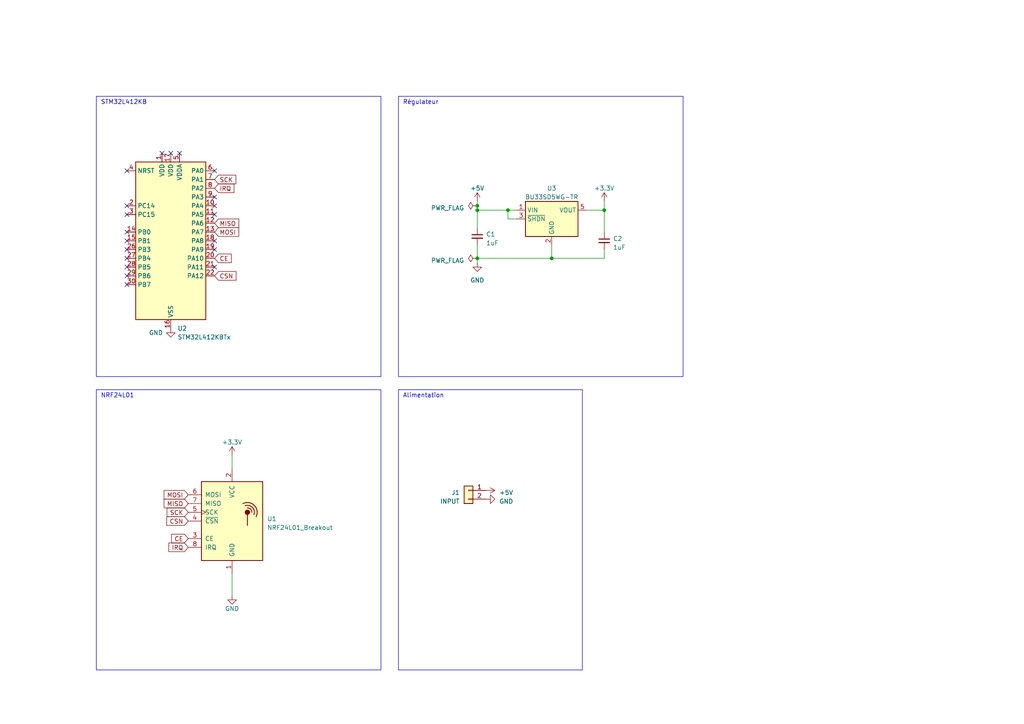
<source format=kicad_sch>
(kicad_sch (version 20230121) (generator eeschema)

  (uuid 81418324-f076-434d-a9ea-80e424dc9493)

  (paper "A4")

  (title_block
    (title "PCB_STM32")
    (date "2023-04-17")
    (rev "Version 1")
    (company "ENSEA")
  )

  (lib_symbols
    (symbol "Connector_Generic:Conn_01x02" (pin_names (offset 1.016) hide) (in_bom yes) (on_board yes)
      (property "Reference" "J" (at 0 2.54 0)
        (effects (font (size 1.27 1.27)))
      )
      (property "Value" "Conn_01x02" (at 0 -5.08 0)
        (effects (font (size 1.27 1.27)))
      )
      (property "Footprint" "" (at 0 0 0)
        (effects (font (size 1.27 1.27)) hide)
      )
      (property "Datasheet" "~" (at 0 0 0)
        (effects (font (size 1.27 1.27)) hide)
      )
      (property "ki_keywords" "connector" (at 0 0 0)
        (effects (font (size 1.27 1.27)) hide)
      )
      (property "ki_description" "Generic connector, single row, 01x02, script generated (kicad-library-utils/schlib/autogen/connector/)" (at 0 0 0)
        (effects (font (size 1.27 1.27)) hide)
      )
      (property "ki_fp_filters" "Connector*:*_1x??_*" (at 0 0 0)
        (effects (font (size 1.27 1.27)) hide)
      )
      (symbol "Conn_01x02_1_1"
        (rectangle (start -1.27 -2.413) (end 0 -2.667)
          (stroke (width 0.1524) (type default))
          (fill (type none))
        )
        (rectangle (start -1.27 0.127) (end 0 -0.127)
          (stroke (width 0.1524) (type default))
          (fill (type none))
        )
        (rectangle (start -1.27 1.27) (end 1.27 -3.81)
          (stroke (width 0.254) (type default))
          (fill (type background))
        )
        (pin passive line (at -5.08 0 0) (length 3.81)
          (name "Pin_1" (effects (font (size 1.27 1.27))))
          (number "1" (effects (font (size 1.27 1.27))))
        )
        (pin passive line (at -5.08 -2.54 0) (length 3.81)
          (name "Pin_2" (effects (font (size 1.27 1.27))))
          (number "2" (effects (font (size 1.27 1.27))))
        )
      )
    )
    (symbol "Device:C_Small" (pin_numbers hide) (pin_names (offset 0.254) hide) (in_bom yes) (on_board yes)
      (property "Reference" "C" (at 0.254 1.778 0)
        (effects (font (size 1.27 1.27)) (justify left))
      )
      (property "Value" "C_Small" (at 0.254 -2.032 0)
        (effects (font (size 1.27 1.27)) (justify left))
      )
      (property "Footprint" "" (at 0 0 0)
        (effects (font (size 1.27 1.27)) hide)
      )
      (property "Datasheet" "~" (at 0 0 0)
        (effects (font (size 1.27 1.27)) hide)
      )
      (property "ki_keywords" "capacitor cap" (at 0 0 0)
        (effects (font (size 1.27 1.27)) hide)
      )
      (property "ki_description" "Unpolarized capacitor, small symbol" (at 0 0 0)
        (effects (font (size 1.27 1.27)) hide)
      )
      (property "ki_fp_filters" "C_*" (at 0 0 0)
        (effects (font (size 1.27 1.27)) hide)
      )
      (symbol "C_Small_0_1"
        (polyline
          (pts
            (xy -1.524 -0.508)
            (xy 1.524 -0.508)
          )
          (stroke (width 0.3302) (type default))
          (fill (type none))
        )
        (polyline
          (pts
            (xy -1.524 0.508)
            (xy 1.524 0.508)
          )
          (stroke (width 0.3048) (type default))
          (fill (type none))
        )
      )
      (symbol "C_Small_1_1"
        (pin passive line (at 0 2.54 270) (length 2.032)
          (name "~" (effects (font (size 1.27 1.27))))
          (number "1" (effects (font (size 1.27 1.27))))
        )
        (pin passive line (at 0 -2.54 90) (length 2.032)
          (name "~" (effects (font (size 1.27 1.27))))
          (number "2" (effects (font (size 1.27 1.27))))
        )
      )
    )
    (symbol "MCU_ST_STM32L4:STM32L412KBTx" (in_bom yes) (on_board yes)
      (property "Reference" "U2" (at 1.9559 -25.4 0)
        (effects (font (size 1.27 1.27)) (justify left))
      )
      (property "Value" "STM32L412KBTx" (at 1.9559 -27.94 0)
        (effects (font (size 1.27 1.27)) (justify left))
      )
      (property "Footprint" "Library_2x15_1524:MODULE_NUCLEO-L412KB" (at -10.16 -22.86 0)
        (effects (font (size 1.27 1.27)) (justify right) hide)
      )
      (property "Datasheet" "https://www.st.com/resource/en/datasheet/stm32l412kb.pdf" (at -33.02 -25.4 0)
        (effects (font (size 1.27 1.27)) hide)
      )
      (property "ki_locked" "" (at 0 0 0)
        (effects (font (size 1.27 1.27)))
      )
      (property "ki_keywords" "Arm Cortex-M4 STM32L4 STM32L4x2" (at 0 0 0)
        (effects (font (size 1.27 1.27)) hide)
      )
      (property "ki_description" "STMicroelectronics Arm Cortex-M4 MCU, 128KB flash, 40KB RAM, 80 MHz, 1.71-3.6V, 26 GPIO, LQFP32" (at 0 0 0)
        (effects (font (size 1.27 1.27)) hide)
      )
      (property "ki_fp_filters" "LQFP*7x7mm*P0.8mm*" (at 0 0 0)
        (effects (font (size 1.27 1.27)) hide)
      )
      (symbol "STM32L412KBTx_0_1"
        (rectangle (start -10.16 22.86) (end 10.16 -22.86)
          (stroke (width 0.254) (type default))
          (fill (type background))
        )
      )
      (symbol "STM32L412KBTx_1_1"
        (pin power_in line (at -2.54 25.4 270) (length 2.54)
          (name "VDD" (effects (font (size 1.27 1.27))))
          (number "1" (effects (font (size 1.27 1.27))))
        )
        (pin bidirectional line (at 12.7 10.16 180) (length 2.54)
          (name "PA4" (effects (font (size 1.27 1.27))))
          (number "10" (effects (font (size 1.27 1.27))))
          (alternate "ADC1_IN9" bidirectional line)
          (alternate "ADC2_IN9" bidirectional line)
          (alternate "COMP1_INM" bidirectional line)
          (alternate "LPTIM2_OUT" bidirectional line)
          (alternate "SPI1_NSS" bidirectional line)
          (alternate "USART2_CK" bidirectional line)
        )
        (pin bidirectional line (at 12.7 7.62 180) (length 2.54)
          (name "PA5" (effects (font (size 1.27 1.27))))
          (number "11" (effects (font (size 1.27 1.27))))
          (alternate "ADC1_IN10" bidirectional line)
          (alternate "ADC2_IN10" bidirectional line)
          (alternate "COMP1_INM" bidirectional line)
          (alternate "LPTIM2_ETR" bidirectional line)
          (alternate "SPI1_SCK" bidirectional line)
          (alternate "TIM2_CH1" bidirectional line)
          (alternate "TIM2_ETR" bidirectional line)
        )
        (pin bidirectional line (at 12.7 5.08 180) (length 2.54)
          (name "PA6" (effects (font (size 1.27 1.27))))
          (number "12" (effects (font (size 1.27 1.27))))
          (alternate "ADC1_IN11" bidirectional line)
          (alternate "ADC2_IN11" bidirectional line)
          (alternate "COMP1_OUT" bidirectional line)
          (alternate "LPUART1_CTS" bidirectional line)
          (alternate "QUADSPI_BK1_IO3" bidirectional line)
          (alternate "SPI1_MISO" bidirectional line)
          (alternate "TIM16_CH1" bidirectional line)
          (alternate "TIM1_BKIN" bidirectional line)
        )
        (pin bidirectional line (at 12.7 2.54 180) (length 2.54)
          (name "PA7" (effects (font (size 1.27 1.27))))
          (number "13" (effects (font (size 1.27 1.27))))
          (alternate "ADC1_IN12" bidirectional line)
          (alternate "ADC2_IN12" bidirectional line)
          (alternate "I2C3_SCL" bidirectional line)
          (alternate "QUADSPI_BK1_IO2" bidirectional line)
          (alternate "SPI1_MOSI" bidirectional line)
          (alternate "TIM1_CH1N" bidirectional line)
        )
        (pin bidirectional line (at -12.7 2.54 0) (length 2.54)
          (name "PB0" (effects (font (size 1.27 1.27))))
          (number "14" (effects (font (size 1.27 1.27))))
          (alternate "ADC1_IN15" bidirectional line)
          (alternate "ADC2_IN15" bidirectional line)
          (alternate "COMP1_OUT" bidirectional line)
          (alternate "QUADSPI_BK1_IO1" bidirectional line)
          (alternate "SPI1_NSS" bidirectional line)
          (alternate "SYS_TRACED0" bidirectional line)
          (alternate "TIM1_CH2N" bidirectional line)
        )
        (pin bidirectional line (at -12.7 0 0) (length 2.54)
          (name "PB1" (effects (font (size 1.27 1.27))))
          (number "15" (effects (font (size 1.27 1.27))))
          (alternate "ADC1_IN16" bidirectional line)
          (alternate "ADC2_IN16" bidirectional line)
          (alternate "COMP1_INM" bidirectional line)
          (alternate "LPTIM2_IN1" bidirectional line)
          (alternate "LPUART1_DE" bidirectional line)
          (alternate "LPUART1_RTS" bidirectional line)
          (alternate "QUADSPI_BK1_IO0" bidirectional line)
          (alternate "SYS_TRACED1" bidirectional line)
          (alternate "TIM1_CH3N" bidirectional line)
        )
        (pin power_in line (at 0 -25.4 90) (length 2.54)
          (name "VSS" (effects (font (size 1.27 1.27))))
          (number "16" (effects (font (size 1.27 1.27))))
        )
        (pin power_in line (at 0 25.4 270) (length 2.54)
          (name "VDD" (effects (font (size 1.27 1.27))))
          (number "17" (effects (font (size 1.27 1.27))))
        )
        (pin bidirectional line (at 12.7 0 180) (length 2.54)
          (name "PA8" (effects (font (size 1.27 1.27))))
          (number "18" (effects (font (size 1.27 1.27))))
          (alternate "LPTIM2_OUT" bidirectional line)
          (alternate "RCC_MCO" bidirectional line)
          (alternate "TIM1_CH1" bidirectional line)
          (alternate "USART1_CK" bidirectional line)
        )
        (pin bidirectional line (at 12.7 -2.54 180) (length 2.54)
          (name "PA9" (effects (font (size 1.27 1.27))))
          (number "19" (effects (font (size 1.27 1.27))))
          (alternate "I2C1_SCL" bidirectional line)
          (alternate "TIM15_BKIN" bidirectional line)
          (alternate "TIM1_CH2" bidirectional line)
          (alternate "USART1_TX" bidirectional line)
        )
        (pin bidirectional line (at -12.7 10.16 0) (length 2.54)
          (name "PC14" (effects (font (size 1.27 1.27))))
          (number "2" (effects (font (size 1.27 1.27))))
          (alternate "RCC_OSC32_IN" bidirectional line)
        )
        (pin bidirectional line (at 12.7 -5.08 180) (length 2.54)
          (name "PA10" (effects (font (size 1.27 1.27))))
          (number "20" (effects (font (size 1.27 1.27))))
          (alternate "CRS_SYNC" bidirectional line)
          (alternate "I2C1_SDA" bidirectional line)
          (alternate "TIM1_CH3" bidirectional line)
          (alternate "USART1_RX" bidirectional line)
        )
        (pin bidirectional line (at 12.7 -7.62 180) (length 2.54)
          (name "PA11" (effects (font (size 1.27 1.27))))
          (number "21" (effects (font (size 1.27 1.27))))
          (alternate "ADC1_EXTI11" bidirectional line)
          (alternate "ADC2_EXTI11" bidirectional line)
          (alternate "COMP1_OUT" bidirectional line)
          (alternate "SPI1_MISO" bidirectional line)
          (alternate "TIM1_BKIN2" bidirectional line)
          (alternate "TIM1_BKIN2_COMP1" bidirectional line)
          (alternate "TIM1_CH4" bidirectional line)
          (alternate "USART1_CTS" bidirectional line)
          (alternate "USB_DM" bidirectional line)
        )
        (pin bidirectional line (at 12.7 -10.16 180) (length 2.54)
          (name "PA12" (effects (font (size 1.27 1.27))))
          (number "22" (effects (font (size 1.27 1.27))))
          (alternate "SPI1_MOSI" bidirectional line)
          (alternate "TIM1_ETR" bidirectional line)
          (alternate "USART1_DE" bidirectional line)
          (alternate "USART1_RTS" bidirectional line)
          (alternate "USB_DP" bidirectional line)
        )
        (pin bidirectional line (at -12.7 -2.54 0) (length 2.54)
          (name "PB3" (effects (font (size 1.27 1.27))))
          (number "26" (effects (font (size 1.27 1.27))))
          (alternate "SPI1_SCK" bidirectional line)
          (alternate "SYS_JTDO-SWO" bidirectional line)
          (alternate "TIM2_CH2" bidirectional line)
          (alternate "USART1_DE" bidirectional line)
          (alternate "USART1_RTS" bidirectional line)
        )
        (pin bidirectional line (at -12.7 -5.08 0) (length 2.54)
          (name "PB4" (effects (font (size 1.27 1.27))))
          (number "27" (effects (font (size 1.27 1.27))))
          (alternate "I2C3_SDA" bidirectional line)
          (alternate "SPI1_MISO" bidirectional line)
          (alternate "SYS_JTRST" bidirectional line)
          (alternate "TSC_G2_IO1" bidirectional line)
          (alternate "USART1_CTS" bidirectional line)
        )
        (pin bidirectional line (at -12.7 -7.62 0) (length 2.54)
          (name "PB5" (effects (font (size 1.27 1.27))))
          (number "28" (effects (font (size 1.27 1.27))))
          (alternate "I2C1_SMBA" bidirectional line)
          (alternate "LPTIM1_IN1" bidirectional line)
          (alternate "SPI1_MOSI" bidirectional line)
          (alternate "SYS_TRACED2" bidirectional line)
          (alternate "TIM16_BKIN" bidirectional line)
          (alternate "TSC_G2_IO2" bidirectional line)
          (alternate "USART1_CK" bidirectional line)
        )
        (pin bidirectional line (at -12.7 -10.16 0) (length 2.54)
          (name "PB6" (effects (font (size 1.27 1.27))))
          (number "29" (effects (font (size 1.27 1.27))))
          (alternate "I2C1_SCL" bidirectional line)
          (alternate "LPTIM1_ETR" bidirectional line)
          (alternate "SYS_TRACED3" bidirectional line)
          (alternate "TIM16_CH1N" bidirectional line)
          (alternate "TSC_G2_IO3" bidirectional line)
          (alternate "USART1_TX" bidirectional line)
        )
        (pin bidirectional line (at -12.7 7.62 0) (length 2.54)
          (name "PC15" (effects (font (size 1.27 1.27))))
          (number "3" (effects (font (size 1.27 1.27))))
          (alternate "ADC1_EXTI15" bidirectional line)
          (alternate "ADC2_EXTI15" bidirectional line)
          (alternate "RCC_OSC32_OUT" bidirectional line)
        )
        (pin bidirectional line (at -12.7 -12.7 0) (length 2.54)
          (name "PB7" (effects (font (size 1.27 1.27))))
          (number "30" (effects (font (size 1.27 1.27))))
          (alternate "I2C1_SDA" bidirectional line)
          (alternate "LPTIM1_IN2" bidirectional line)
          (alternate "SYS_PVD_IN" bidirectional line)
          (alternate "SYS_TRACECLK" bidirectional line)
          (alternate "TSC_G2_IO4" bidirectional line)
          (alternate "USART1_RX" bidirectional line)
        )
        (pin input line (at -12.7 20.32 0) (length 2.54)
          (name "NRST" (effects (font (size 1.27 1.27))))
          (number "4" (effects (font (size 1.27 1.27))))
        )
        (pin power_in line (at 2.54 25.4 270) (length 2.54)
          (name "VDDA" (effects (font (size 1.27 1.27))))
          (number "5" (effects (font (size 1.27 1.27))))
        )
        (pin bidirectional line (at 12.7 20.32 180) (length 2.54)
          (name "PA0" (effects (font (size 1.27 1.27))))
          (number "6" (effects (font (size 1.27 1.27))))
          (alternate "ADC1_IN5" bidirectional line)
          (alternate "COMP1_INM" bidirectional line)
          (alternate "COMP1_OUT" bidirectional line)
          (alternate "OPAMP1_VINP" bidirectional line)
          (alternate "RCC_CK_IN" bidirectional line)
          (alternate "RTC_TAMP2" bidirectional line)
          (alternate "SYS_WKUP1" bidirectional line)
          (alternate "TIM2_CH1" bidirectional line)
          (alternate "TIM2_ETR" bidirectional line)
          (alternate "USART2_CTS" bidirectional line)
        )
        (pin bidirectional line (at 12.7 17.78 180) (length 2.54)
          (name "PA1" (effects (font (size 1.27 1.27))))
          (number "7" (effects (font (size 1.27 1.27))))
          (alternate "ADC1_IN6" bidirectional line)
          (alternate "COMP1_INP" bidirectional line)
          (alternate "I2C1_SMBA" bidirectional line)
          (alternate "OPAMP1_VINM" bidirectional line)
          (alternate "SPI1_SCK" bidirectional line)
          (alternate "TIM15_CH1N" bidirectional line)
          (alternate "TIM2_CH2" bidirectional line)
          (alternate "USART2_DE" bidirectional line)
          (alternate "USART2_RTS" bidirectional line)
        )
        (pin bidirectional line (at 12.7 15.24 180) (length 2.54)
          (name "PA2" (effects (font (size 1.27 1.27))))
          (number "8" (effects (font (size 1.27 1.27))))
          (alternate "ADC1_IN7" bidirectional line)
          (alternate "ADC2_IN7" bidirectional line)
          (alternate "LPUART1_TX" bidirectional line)
          (alternate "QUADSPI_BK1_NCS" bidirectional line)
          (alternate "RCC_LSCO" bidirectional line)
          (alternate "SYS_WKUP4" bidirectional line)
          (alternate "TIM15_CH1" bidirectional line)
          (alternate "TIM2_CH3" bidirectional line)
          (alternate "USART2_TX" bidirectional line)
        )
        (pin bidirectional line (at 12.7 12.7 180) (length 2.54)
          (name "PA3" (effects (font (size 1.27 1.27))))
          (number "9" (effects (font (size 1.27 1.27))))
          (alternate "ADC1_IN8" bidirectional line)
          (alternate "ADC2_IN8" bidirectional line)
          (alternate "LPUART1_RX" bidirectional line)
          (alternate "OPAMP1_VOUT" bidirectional line)
          (alternate "QUADSPI_CLK" bidirectional line)
          (alternate "TIM15_CH2" bidirectional line)
          (alternate "TIM2_CH4" bidirectional line)
          (alternate "USART2_RX" bidirectional line)
        )
      )
    )
    (symbol "RF:NRF24L01_Breakout" (pin_names (offset 1.016)) (in_bom yes) (on_board yes)
      (property "Reference" "U" (at -8.89 12.7 0)
        (effects (font (size 1.27 1.27)) (justify left))
      )
      (property "Value" "NRF24L01_Breakout" (at 3.81 12.7 0)
        (effects (font (size 1.27 1.27)) (justify left))
      )
      (property "Footprint" "RF_Module:nRF24L01_Breakout" (at 3.81 15.24 0)
        (effects (font (size 1.27 1.27) italic) (justify left) hide)
      )
      (property "Datasheet" "http://www.nordicsemi.com/eng/content/download/2730/34105/file/nRF24L01_Product_Specification_v2_0.pdf" (at 0 -2.54 0)
        (effects (font (size 1.27 1.27)) hide)
      )
      (property "ki_keywords" "Low Power RF Transceiver breakout carrier" (at 0 0 0)
        (effects (font (size 1.27 1.27)) hide)
      )
      (property "ki_description" "Ultra low power 2.4GHz RF Transceiver, Carrier PCB" (at 0 0 0)
        (effects (font (size 1.27 1.27)) hide)
      )
      (property "ki_fp_filters" "nRF24L01*Breakout*" (at 0 0 0)
        (effects (font (size 1.27 1.27)) hide)
      )
      (symbol "NRF24L01_Breakout_0_1"
        (rectangle (start -8.89 11.43) (end 8.89 -11.43)
          (stroke (width 0.254) (type default))
          (fill (type background))
        )
        (polyline
          (pts
            (xy 4.445 1.905)
            (xy 4.445 -1.27)
          )
          (stroke (width 0.254) (type default))
          (fill (type none))
        )
        (circle (center 4.445 2.54) (radius 0.635)
          (stroke (width 0.254) (type default))
          (fill (type outline))
        )
        (arc (start 5.715 2.54) (mid 5.3521 3.4546) (end 4.445 3.81)
          (stroke (width 0.254) (type default))
          (fill (type none))
        )
        (arc (start 6.35 1.905) (mid 5.8763 3.9854) (end 3.81 4.445)
          (stroke (width 0.254) (type default))
          (fill (type none))
        )
        (arc (start 6.985 1.27) (mid 6.453 4.548) (end 3.175 5.08)
          (stroke (width 0.254) (type default))
          (fill (type none))
        )
      )
      (symbol "NRF24L01_Breakout_1_1"
        (pin power_in line (at 0 -15.24 90) (length 3.81)
          (name "GND" (effects (font (size 1.27 1.27))))
          (number "1" (effects (font (size 1.27 1.27))))
        )
        (pin power_in line (at 0 15.24 270) (length 3.81)
          (name "VCC" (effects (font (size 1.27 1.27))))
          (number "2" (effects (font (size 1.27 1.27))))
        )
        (pin input line (at -12.7 -5.08 0) (length 3.81)
          (name "CE" (effects (font (size 1.27 1.27))))
          (number "3" (effects (font (size 1.27 1.27))))
        )
        (pin input line (at -12.7 0 0) (length 3.81)
          (name "~{CSN}" (effects (font (size 1.27 1.27))))
          (number "4" (effects (font (size 1.27 1.27))))
        )
        (pin input clock (at -12.7 2.54 0) (length 3.81)
          (name "SCK" (effects (font (size 1.27 1.27))))
          (number "5" (effects (font (size 1.27 1.27))))
        )
        (pin input line (at -12.7 7.62 0) (length 3.81)
          (name "MOSI" (effects (font (size 1.27 1.27))))
          (number "6" (effects (font (size 1.27 1.27))))
        )
        (pin output line (at -12.7 5.08 0) (length 3.81)
          (name "MISO" (effects (font (size 1.27 1.27))))
          (number "7" (effects (font (size 1.27 1.27))))
        )
        (pin output line (at -12.7 -7.62 0) (length 3.81)
          (name "IRQ" (effects (font (size 1.27 1.27))))
          (number "8" (effects (font (size 1.27 1.27))))
        )
      )
    )
    (symbol "Regulator_Linear:MCP1802x-xx02xOT" (in_bom yes) (on_board yes)
      (property "Reference" "U" (at -6.35 6.35 0)
        (effects (font (size 1.27 1.27)) (justify left))
      )
      (property "Value" "MCP1802x-xx02xOT" (at 0 6.35 0)
        (effects (font (size 1.27 1.27)) (justify left))
      )
      (property "Footprint" "Package_TO_SOT_SMD:SOT-23-5" (at -6.35 8.89 0)
        (effects (font (size 1.27 1.27) italic) (justify left) hide)
      )
      (property "Datasheet" "http://ww1.microchip.com/downloads/en/DeviceDoc/22053C.pdf" (at 0 -2.54 0)
        (effects (font (size 1.27 1.27)) hide)
      )
      (property "ki_keywords" "LDO Linear Voltage Regulator" (at 0 0 0)
        (effects (font (size 1.27 1.27)) hide)
      )
      (property "ki_description" "150mA, Tiny CMOS LDO With Shutdown, Fixed Voltage, SOT-23-5" (at 0 0 0)
        (effects (font (size 1.27 1.27)) hide)
      )
      (property "ki_fp_filters" "SOT?23*" (at 0 0 0)
        (effects (font (size 1.27 1.27)) hide)
      )
      (symbol "MCP1802x-xx02xOT_0_1"
        (rectangle (start -7.62 5.08) (end 7.62 -5.08)
          (stroke (width 0.254) (type default))
          (fill (type background))
        )
      )
      (symbol "MCP1802x-xx02xOT_1_1"
        (pin power_in line (at -10.16 2.54 0) (length 2.54)
          (name "VIN" (effects (font (size 1.27 1.27))))
          (number "1" (effects (font (size 1.27 1.27))))
        )
        (pin power_in line (at 0 -7.62 90) (length 2.54)
          (name "GND" (effects (font (size 1.27 1.27))))
          (number "2" (effects (font (size 1.27 1.27))))
        )
        (pin input line (at -10.16 0 0) (length 2.54)
          (name "~{SHDN}" (effects (font (size 1.27 1.27))))
          (number "3" (effects (font (size 1.27 1.27))))
        )
        (pin no_connect line (at 7.62 0 180) (length 2.54) hide
          (name "NC" (effects (font (size 1.27 1.27))))
          (number "4" (effects (font (size 1.27 1.27))))
        )
        (pin power_out line (at 10.16 2.54 180) (length 2.54)
          (name "VOUT" (effects (font (size 1.27 1.27))))
          (number "5" (effects (font (size 1.27 1.27))))
        )
      )
    )
    (symbol "power:+3.3V" (power) (pin_names (offset 0)) (in_bom yes) (on_board yes)
      (property "Reference" "#PWR" (at 0 -3.81 0)
        (effects (font (size 1.27 1.27)) hide)
      )
      (property "Value" "+3.3V" (at 0 3.556 0)
        (effects (font (size 1.27 1.27)))
      )
      (property "Footprint" "" (at 0 0 0)
        (effects (font (size 1.27 1.27)) hide)
      )
      (property "Datasheet" "" (at 0 0 0)
        (effects (font (size 1.27 1.27)) hide)
      )
      (property "ki_keywords" "global power" (at 0 0 0)
        (effects (font (size 1.27 1.27)) hide)
      )
      (property "ki_description" "Power symbol creates a global label with name \"+3.3V\"" (at 0 0 0)
        (effects (font (size 1.27 1.27)) hide)
      )
      (symbol "+3.3V_0_1"
        (polyline
          (pts
            (xy -0.762 1.27)
            (xy 0 2.54)
          )
          (stroke (width 0) (type default))
          (fill (type none))
        )
        (polyline
          (pts
            (xy 0 0)
            (xy 0 2.54)
          )
          (stroke (width 0) (type default))
          (fill (type none))
        )
        (polyline
          (pts
            (xy 0 2.54)
            (xy 0.762 1.27)
          )
          (stroke (width 0) (type default))
          (fill (type none))
        )
      )
      (symbol "+3.3V_1_1"
        (pin power_in line (at 0 0 90) (length 0) hide
          (name "+3.3V" (effects (font (size 1.27 1.27))))
          (number "1" (effects (font (size 1.27 1.27))))
        )
      )
    )
    (symbol "power:+5V" (power) (pin_names (offset 0)) (in_bom yes) (on_board yes)
      (property "Reference" "#PWR" (at 0 -3.81 0)
        (effects (font (size 1.27 1.27)) hide)
      )
      (property "Value" "+5V" (at 0 3.556 0)
        (effects (font (size 1.27 1.27)))
      )
      (property "Footprint" "" (at 0 0 0)
        (effects (font (size 1.27 1.27)) hide)
      )
      (property "Datasheet" "" (at 0 0 0)
        (effects (font (size 1.27 1.27)) hide)
      )
      (property "ki_keywords" "global power" (at 0 0 0)
        (effects (font (size 1.27 1.27)) hide)
      )
      (property "ki_description" "Power symbol creates a global label with name \"+5V\"" (at 0 0 0)
        (effects (font (size 1.27 1.27)) hide)
      )
      (symbol "+5V_0_1"
        (polyline
          (pts
            (xy -0.762 1.27)
            (xy 0 2.54)
          )
          (stroke (width 0) (type default))
          (fill (type none))
        )
        (polyline
          (pts
            (xy 0 0)
            (xy 0 2.54)
          )
          (stroke (width 0) (type default))
          (fill (type none))
        )
        (polyline
          (pts
            (xy 0 2.54)
            (xy 0.762 1.27)
          )
          (stroke (width 0) (type default))
          (fill (type none))
        )
      )
      (symbol "+5V_1_1"
        (pin power_in line (at 0 0 90) (length 0) hide
          (name "+5V" (effects (font (size 1.27 1.27))))
          (number "1" (effects (font (size 1.27 1.27))))
        )
      )
    )
    (symbol "power:GND" (power) (pin_names (offset 0)) (in_bom yes) (on_board yes)
      (property "Reference" "#PWR" (at 0 -6.35 0)
        (effects (font (size 1.27 1.27)) hide)
      )
      (property "Value" "GND" (at 0 -3.81 0)
        (effects (font (size 1.27 1.27)))
      )
      (property "Footprint" "" (at 0 0 0)
        (effects (font (size 1.27 1.27)) hide)
      )
      (property "Datasheet" "" (at 0 0 0)
        (effects (font (size 1.27 1.27)) hide)
      )
      (property "ki_keywords" "global power" (at 0 0 0)
        (effects (font (size 1.27 1.27)) hide)
      )
      (property "ki_description" "Power symbol creates a global label with name \"GND\" , ground" (at 0 0 0)
        (effects (font (size 1.27 1.27)) hide)
      )
      (symbol "GND_0_1"
        (polyline
          (pts
            (xy 0 0)
            (xy 0 -1.27)
            (xy 1.27 -1.27)
            (xy 0 -2.54)
            (xy -1.27 -1.27)
            (xy 0 -1.27)
          )
          (stroke (width 0) (type default))
          (fill (type none))
        )
      )
      (symbol "GND_1_1"
        (pin power_in line (at 0 0 270) (length 0) hide
          (name "GND" (effects (font (size 1.27 1.27))))
          (number "1" (effects (font (size 1.27 1.27))))
        )
      )
    )
    (symbol "power:PWR_FLAG" (power) (pin_numbers hide) (pin_names (offset 0) hide) (in_bom yes) (on_board yes)
      (property "Reference" "#FLG" (at 0 1.905 0)
        (effects (font (size 1.27 1.27)) hide)
      )
      (property "Value" "PWR_FLAG" (at 0 3.81 0)
        (effects (font (size 1.27 1.27)))
      )
      (property "Footprint" "" (at 0 0 0)
        (effects (font (size 1.27 1.27)) hide)
      )
      (property "Datasheet" "~" (at 0 0 0)
        (effects (font (size 1.27 1.27)) hide)
      )
      (property "ki_keywords" "flag power" (at 0 0 0)
        (effects (font (size 1.27 1.27)) hide)
      )
      (property "ki_description" "Special symbol for telling ERC where power comes from" (at 0 0 0)
        (effects (font (size 1.27 1.27)) hide)
      )
      (symbol "PWR_FLAG_0_0"
        (pin power_out line (at 0 0 90) (length 0)
          (name "pwr" (effects (font (size 1.27 1.27))))
          (number "1" (effects (font (size 1.27 1.27))))
        )
      )
      (symbol "PWR_FLAG_0_1"
        (polyline
          (pts
            (xy 0 0)
            (xy 0 1.27)
            (xy -1.016 1.905)
            (xy 0 2.54)
            (xy 1.016 1.905)
            (xy 0 1.27)
          )
          (stroke (width 0) (type default))
          (fill (type none))
        )
      )
    )
  )


  (junction (at 160.02 74.93) (diameter 0) (color 0 0 0 0)
    (uuid 0cbc37e2-708a-41d0-bc75-1ab6005651ec)
  )
  (junction (at 138.43 59.69) (diameter 0) (color 0 0 0 0)
    (uuid 1cf697ce-ebea-4008-87eb-c6915a0e816c)
  )
  (junction (at 138.43 60.96) (diameter 0) (color 0 0 0 0)
    (uuid 48479da1-fe7e-43bc-bfc9-3873d09b6e7d)
  )
  (junction (at 147.32 60.96) (diameter 0) (color 0 0 0 0)
    (uuid 49f07274-1731-44b4-98a7-61af7cf41cde)
  )
  (junction (at 175.26 60.96) (diameter 0) (color 0 0 0 0)
    (uuid 98dccb36-7b74-44c7-863f-eec7cb3dae49)
  )
  (junction (at 138.43 74.93) (diameter 0) (color 0 0 0 0)
    (uuid efc69f2d-41d8-4c0b-901f-f7f0b95d32d5)
  )

  (no_connect (at 46.99 44.45) (uuid 161cc5d6-f2dd-4bac-8a7b-aefae04ec05b))
  (no_connect (at 36.83 62.23) (uuid 3015c044-5fb1-479a-8ae5-04de88635092))
  (no_connect (at 36.83 69.85) (uuid 3c438ec5-c7c8-40bd-9051-e208fa4fe695))
  (no_connect (at 62.23 77.47) (uuid 5417c431-a759-4401-9d0f-a31fa6950af9))
  (no_connect (at 36.83 49.53) (uuid 54a532e1-cbc6-4486-8547-e805cb8142d8))
  (no_connect (at 36.83 59.69) (uuid 58afe546-7c43-4c70-bd39-326bb0edb1dc))
  (no_connect (at 62.23 62.23) (uuid 60541f08-2ae5-4e2b-aac9-772df5a80bc0))
  (no_connect (at 36.83 80.01) (uuid 69b675b5-7c5b-40da-b089-b7eedc5236be))
  (no_connect (at 36.83 82.55) (uuid 77a7d1a5-bc0d-4cdf-81d8-5001dfcc2920))
  (no_connect (at 36.83 67.31) (uuid 7af7caa1-e805-4d0c-9191-efdecaf71181))
  (no_connect (at 49.53 44.45) (uuid 7bb1cdc1-c2a0-49b1-9c3f-6aed536c39f3))
  (no_connect (at 36.83 72.39) (uuid 984a7e1d-4ae5-4851-b422-a4e9c6431563))
  (no_connect (at 36.83 74.93) (uuid a9223b23-5469-453e-9a7a-cbe3a1254c3a))
  (no_connect (at 52.07 44.45) (uuid b6c9b7fc-88d9-4372-a5ea-701f229ea4df))
  (no_connect (at 62.23 59.69) (uuid bbc32440-b9c7-420d-8c3e-921e34bdf54e))
  (no_connect (at 62.23 57.15) (uuid c275b316-a8df-4670-b93e-ea20736286e1))
  (no_connect (at 36.83 77.47) (uuid c6573d1b-4dc8-4c26-ae24-edcf1852b9f7))
  (no_connect (at 62.23 72.39) (uuid d028be60-73f1-4bc4-95da-4222789e6b5e))
  (no_connect (at 62.23 69.85) (uuid e10a41fe-1bbe-4651-8683-db7e909eced5))
  (no_connect (at 62.23 49.53) (uuid ed085090-2e59-4dc9-8f1b-3f7d4792e551))

  (polyline (pts (xy 115.57 113.03) (xy 115.57 194.31))
    (stroke (width 0) (type default))
    (uuid 01ab99c0-f5be-44e2-860a-641f860cec26)
  )

  (wire (pts (xy 170.18 60.96) (xy 175.26 60.96))
    (stroke (width 0) (type default))
    (uuid 035184d7-9301-483a-b473-80968ab4a4f6)
  )
  (wire (pts (xy 149.86 60.96) (xy 147.32 60.96))
    (stroke (width 0) (type default))
    (uuid 13504d2a-4967-4ffd-8db2-ed55f3285cf0)
  )
  (wire (pts (xy 149.86 63.5) (xy 147.32 63.5))
    (stroke (width 0) (type default))
    (uuid 1d2c064e-b225-429d-a162-8e02b35681bb)
  )
  (wire (pts (xy 138.43 71.12) (xy 138.43 74.93))
    (stroke (width 0) (type default))
    (uuid 2aa75975-ab52-4d11-a534-83123a240c99)
  )
  (polyline (pts (xy 115.57 113.03) (xy 168.91 113.03))
    (stroke (width 0) (type default))
    (uuid 349dddfa-050d-4896-9ad4-babf808aa8c2)
  )

  (wire (pts (xy 160.02 71.12) (xy 160.02 74.93))
    (stroke (width 0) (type default))
    (uuid 3718ede9-2fed-49bc-95f7-6efd63ec90fa)
  )
  (wire (pts (xy 138.43 59.69) (xy 138.43 58.42))
    (stroke (width 0) (type default))
    (uuid 43d71bc5-22b7-4c2b-9c32-b63be81672a7)
  )
  (wire (pts (xy 175.26 58.42) (xy 175.26 60.96))
    (stroke (width 0) (type default))
    (uuid 46b1887a-3822-43b3-be4d-42a0d4816b33)
  )
  (wire (pts (xy 67.31 166.37) (xy 67.31 172.72))
    (stroke (width 0) (type default))
    (uuid 511ed10e-680c-4047-9ade-01fe4d873852)
  )
  (wire (pts (xy 175.26 72.39) (xy 175.26 74.93))
    (stroke (width 0) (type default))
    (uuid 514d4f1e-c8ef-4eb9-8e9f-d51aa127f174)
  )
  (wire (pts (xy 147.32 63.5) (xy 147.32 60.96))
    (stroke (width 0) (type default))
    (uuid 5f407d20-2781-4542-a65b-4e1a12a5e081)
  )
  (polyline (pts (xy 115.57 194.31) (xy 168.91 194.31))
    (stroke (width 0) (type default))
    (uuid bc62e016-a6fc-4231-9770-a474cceaff24)
  )

  (wire (pts (xy 138.43 74.93) (xy 138.43 76.2))
    (stroke (width 0) (type default))
    (uuid d67071c9-7f1b-4cb9-b428-f9b8f7dcf118)
  )
  (wire (pts (xy 160.02 74.93) (xy 175.26 74.93))
    (stroke (width 0) (type default))
    (uuid dac41d5f-f950-4c0a-8e65-2e2c570f7b30)
  )
  (wire (pts (xy 138.43 60.96) (xy 138.43 59.69))
    (stroke (width 0) (type default))
    (uuid e1e5aae9-6ec8-4479-a9d9-dc2aabf18451)
  )
  (wire (pts (xy 67.31 132.08) (xy 67.31 135.89))
    (stroke (width 0) (type default))
    (uuid e4c5b133-4f94-4e64-8d8b-2c9a4a78f17b)
  )
  (polyline (pts (xy 168.91 194.31) (xy 168.91 113.03))
    (stroke (width 0) (type default))
    (uuid e5193f36-6cc3-44bc-ba15-66c53f6e2c77)
  )

  (wire (pts (xy 175.26 60.96) (xy 175.26 67.31))
    (stroke (width 0) (type default))
    (uuid ef126b3d-b512-4d5f-91ab-e055f34d7821)
  )
  (wire (pts (xy 147.32 60.96) (xy 138.43 60.96))
    (stroke (width 0) (type default))
    (uuid ef413eb6-a119-43dc-805c-2a8b45fb7f74)
  )
  (wire (pts (xy 138.43 60.96) (xy 138.43 66.04))
    (stroke (width 0) (type default))
    (uuid f0d6a52c-213e-426f-a3ad-2e1d8168cc3e)
  )
  (wire (pts (xy 138.43 74.93) (xy 160.02 74.93))
    (stroke (width 0) (type default))
    (uuid f93a333b-52c5-4b14-8bad-21845824017a)
  )

  (rectangle (start 115.57 27.94) (end 198.12 109.22)
    (stroke (width 0) (type default))
    (fill (type none))
    (uuid 45292f70-0431-415b-8ee5-4d6531d27531)
  )
  (rectangle (start 27.94 113.03) (end 110.49 194.31)
    (stroke (width 0) (type default))
    (fill (type none))
    (uuid 7e56e6d9-30f2-4eb3-b86f-1ecb25217a4c)
  )
  (rectangle (start 27.94 27.94) (end 110.49 109.22)
    (stroke (width 0) (type default))
    (fill (type none))
    (uuid af55e7ff-8279-41b2-9cf6-14834c5779fb)
  )

  (text "Régulateur\n" (at 116.84 30.48 0)
    (effects (font (size 1.27 1.27)) (justify left bottom))
    (uuid 180aa8a5-67e6-4bc5-b61e-3fb7bbb27ab4)
  )
  (text "NRF24L01" (at 29.21 115.57 0)
    (effects (font (size 1.27 1.27)) (justify left bottom))
    (uuid 6d4df7df-2b39-4b1c-9eb5-9d96693727af)
  )
  (text "STM32L412KB" (at 29.21 30.48 0)
    (effects (font (size 1.27 1.27)) (justify left bottom))
    (uuid b1427d87-47f6-4bd5-b184-a5d677f4ce2a)
  )
  (text "Alimentation" (at 116.84 115.57 0)
    (effects (font (size 1.27 1.27)) (justify left bottom))
    (uuid d5a02948-3c42-4566-92a2-73e48709bdc8)
  )

  (global_label "IRQ" (shape input) (at 54.61 158.75 180) (fields_autoplaced)
    (effects (font (size 1.27 1.27)) (justify right))
    (uuid 3ecafab5-ea86-43ff-b191-8225991b8d9a)
    (property "Intersheetrefs" "${INTERSHEET_REFS}" (at 48.4989 158.75 0)
      (effects (font (size 1.27 1.27)) (justify right) hide)
    )
  )
  (global_label "SCK" (shape input) (at 62.23 52.07 0) (fields_autoplaced)
    (effects (font (size 1.27 1.27)) (justify left))
    (uuid 489916d9-2a90-4ec7-9ac3-2325710f3182)
    (property "Intersheetrefs" "${INTERSHEET_REFS}" (at 68.8853 52.07 0)
      (effects (font (size 1.27 1.27)) (justify left) hide)
    )
  )
  (global_label "CE" (shape input) (at 54.61 156.21 180) (fields_autoplaced)
    (effects (font (size 1.27 1.27)) (justify right))
    (uuid 7d10c53e-ed9e-4514-af74-e0f740caa6ed)
    (property "Intersheetrefs" "${INTERSHEET_REFS}" (at 49.2852 156.21 0)
      (effects (font (size 1.27 1.27)) (justify right) hide)
    )
  )
  (global_label "MOSI" (shape input) (at 54.61 143.51 180) (fields_autoplaced)
    (effects (font (size 1.27 1.27)) (justify right))
    (uuid 8a091ef8-7dc7-4422-9d2e-a8b9c646d610)
    (property "Intersheetrefs" "${INTERSHEET_REFS}" (at 47.108 143.51 0)
      (effects (font (size 1.27 1.27)) (justify right) hide)
    )
  )
  (global_label "IRQ" (shape input) (at 62.23 54.61 0) (fields_autoplaced)
    (effects (font (size 1.27 1.27)) (justify left))
    (uuid a2f68b4c-8c71-41de-97a1-e7fa2c16fcf7)
    (property "Intersheetrefs" "${INTERSHEET_REFS}" (at 68.3411 54.61 0)
      (effects (font (size 1.27 1.27)) (justify left) hide)
    )
  )
  (global_label "CSN" (shape input) (at 54.61 151.13 180) (fields_autoplaced)
    (effects (font (size 1.27 1.27)) (justify right))
    (uuid a65efb69-ec50-4b65-a006-bd36d9fc32ca)
    (property "Intersheetrefs" "${INTERSHEET_REFS}" (at 47.8942 151.13 0)
      (effects (font (size 1.27 1.27)) (justify right) hide)
    )
  )
  (global_label "SCK" (shape input) (at 54.61 148.59 180) (fields_autoplaced)
    (effects (font (size 1.27 1.27)) (justify right))
    (uuid b16f59ca-8a7b-435a-b8b0-cf4b6e74e7be)
    (property "Intersheetrefs" "${INTERSHEET_REFS}" (at 47.9547 148.59 0)
      (effects (font (size 1.27 1.27)) (justify right) hide)
    )
  )
  (global_label "CE" (shape input) (at 62.23 74.93 0) (fields_autoplaced)
    (effects (font (size 1.27 1.27)) (justify left))
    (uuid b1b431a8-dfad-47e2-aa3d-fc5d65a33273)
    (property "Intersheetrefs" "${INTERSHEET_REFS}" (at 67.5548 74.93 0)
      (effects (font (size 1.27 1.27)) (justify left) hide)
    )
  )
  (global_label "MISO" (shape input) (at 62.23 64.77 0) (fields_autoplaced)
    (effects (font (size 1.27 1.27)) (justify left))
    (uuid cb3ca319-a666-4132-a5ff-9d4bb25b258f)
    (property "Intersheetrefs" "${INTERSHEET_REFS}" (at 69.732 64.77 0)
      (effects (font (size 1.27 1.27)) (justify left) hide)
    )
  )
  (global_label "MOSI" (shape input) (at 62.23 67.31 0) (fields_autoplaced)
    (effects (font (size 1.27 1.27)) (justify left))
    (uuid cf11c907-57c9-4f79-89ee-b1ac650e3e00)
    (property "Intersheetrefs" "${INTERSHEET_REFS}" (at 69.732 67.31 0)
      (effects (font (size 1.27 1.27)) (justify left) hide)
    )
  )
  (global_label "CSN" (shape input) (at 62.23 80.01 0) (fields_autoplaced)
    (effects (font (size 1.27 1.27)) (justify left))
    (uuid d1b91e7c-218b-4535-95b7-4a39eb3f5a4c)
    (property "Intersheetrefs" "${INTERSHEET_REFS}" (at 68.9458 80.01 0)
      (effects (font (size 1.27 1.27)) (justify left) hide)
    )
  )
  (global_label "MISO" (shape input) (at 54.61 146.05 180) (fields_autoplaced)
    (effects (font (size 1.27 1.27)) (justify right))
    (uuid dbe4aad0-eae4-49fa-a2e7-4d7c1a69e3a7)
    (property "Intersheetrefs" "${INTERSHEET_REFS}" (at 47.108 146.05 0)
      (effects (font (size 1.27 1.27)) (justify right) hide)
    )
  )

  (symbol (lib_id "power:+3.3V") (at 175.26 58.42 0) (unit 1)
    (in_bom yes) (on_board yes) (dnp no) (fields_autoplaced)
    (uuid 0d39d1dd-b68b-403c-a88c-d64a4cc38491)
    (property "Reference" "#PWR014" (at 175.26 62.23 0)
      (effects (font (size 1.27 1.27)) hide)
    )
    (property "Value" "+3.3V" (at 175.26 54.61 0)
      (effects (font (size 1.27 1.27)))
    )
    (property "Footprint" "" (at 175.26 58.42 0)
      (effects (font (size 1.27 1.27)) hide)
    )
    (property "Datasheet" "" (at 175.26 58.42 0)
      (effects (font (size 1.27 1.27)) hide)
    )
    (pin "1" (uuid 4d87a566-20cd-4cea-ab86-e856b210256d))
    (instances
      (project "TDm1_projet"
        (path "/5a8f55fc-3ad2-4dc7-ba84-4055161509db"
          (reference "#PWR014") (unit 1)
        )
      )
      (project "CoHoMa"
        (path "/81418324-f076-434d-a9ea-80e424dc9493"
          (reference "#PWR08") (unit 1)
        )
      )
    )
  )

  (symbol (lib_id "Connector_Generic:Conn_01x02") (at 135.89 142.24 0) (mirror y) (unit 1)
    (in_bom yes) (on_board yes) (dnp no)
    (uuid 43c73ed5-7484-441d-b2ca-288e3805766b)
    (property "Reference" "J2" (at 133.35 142.875 0)
      (effects (font (size 1.27 1.27)) (justify left))
    )
    (property "Value" "INPUT" (at 133.35 145.415 0)
      (effects (font (size 1.27 1.27)) (justify left))
    )
    (property "Footprint" "Connector_JST:JST_XH_B2B-XH-A_1x02_P2.50mm_Vertical" (at 135.89 142.24 0)
      (effects (font (size 1.27 1.27)) hide)
    )
    (property "Datasheet" "~" (at 135.89 142.24 0)
      (effects (font (size 1.27 1.27)) hide)
    )
    (pin "1" (uuid d4d21a29-01e8-44ad-914b-3d872f26df6f))
    (pin "2" (uuid 8a1938b6-53bc-49c5-ac02-eb5e0ab14e9b))
    (instances
      (project "TDm1_projet"
        (path "/5a8f55fc-3ad2-4dc7-ba84-4055161509db"
          (reference "J2") (unit 1)
        )
      )
      (project "CoHoMa"
        (path "/81418324-f076-434d-a9ea-80e424dc9493"
          (reference "J1") (unit 1)
        )
      )
    )
  )

  (symbol (lib_id "power:GND") (at 49.53 95.25 0) (unit 1)
    (in_bom yes) (on_board yes) (dnp no)
    (uuid 49efd24d-9ad2-448f-879a-28c100718121)
    (property "Reference" "#PWR05" (at 49.53 101.6 0)
      (effects (font (size 1.27 1.27)) hide)
    )
    (property "Value" "GND" (at 43.18 96.52 0)
      (effects (font (size 1.27 1.27)) (justify left))
    )
    (property "Footprint" "" (at 49.53 95.25 0)
      (effects (font (size 1.27 1.27)) hide)
    )
    (property "Datasheet" "" (at 49.53 95.25 0)
      (effects (font (size 1.27 1.27)) hide)
    )
    (pin "1" (uuid 576301ec-13cc-4a6e-a098-42708d06707e))
    (instances
      (project "CoHoMa"
        (path "/81418324-f076-434d-a9ea-80e424dc9493"
          (reference "#PWR05") (unit 1)
        )
      )
    )
  )

  (symbol (lib_id "power:+5V") (at 138.43 58.42 0) (unit 1)
    (in_bom yes) (on_board yes) (dnp no) (fields_autoplaced)
    (uuid 5924b1fd-c692-4f0d-968c-596e6262e8ed)
    (property "Reference" "#PWR012" (at 138.43 62.23 0)
      (effects (font (size 1.27 1.27)) hide)
    )
    (property "Value" "+5V" (at 138.43 54.61 0)
      (effects (font (size 1.27 1.27)))
    )
    (property "Footprint" "" (at 138.43 58.42 0)
      (effects (font (size 1.27 1.27)) hide)
    )
    (property "Datasheet" "" (at 138.43 58.42 0)
      (effects (font (size 1.27 1.27)) hide)
    )
    (pin "1" (uuid 63e649cc-39a1-45ab-8a8e-1dc897e698f0))
    (instances
      (project "TDm1_projet"
        (path "/5a8f55fc-3ad2-4dc7-ba84-4055161509db"
          (reference "#PWR012") (unit 1)
        )
      )
      (project "CoHoMa"
        (path "/81418324-f076-434d-a9ea-80e424dc9493"
          (reference "#PWR06") (unit 1)
        )
      )
    )
  )

  (symbol (lib_id "Device:C_Small") (at 175.26 69.85 0) (unit 1)
    (in_bom yes) (on_board yes) (dnp no) (fields_autoplaced)
    (uuid 5fb8e1e6-4ae9-47d5-940d-be9398f48f33)
    (property "Reference" "C8" (at 177.8 69.2213 0)
      (effects (font (size 1.27 1.27)) (justify left))
    )
    (property "Value" "1uF" (at 177.8 71.7613 0)
      (effects (font (size 1.27 1.27)) (justify left))
    )
    (property "Footprint" "Capacitor_SMD:C_1206_3216Metric_Pad1.33x1.80mm_HandSolder" (at 175.26 69.85 0)
      (effects (font (size 1.27 1.27)) hide)
    )
    (property "Datasheet" "~" (at 175.26 69.85 0)
      (effects (font (size 1.27 1.27)) hide)
    )
    (pin "1" (uuid 5b766c65-ac79-42ee-bb6e-d0431e47d5af))
    (pin "2" (uuid 2db29819-6586-476d-9323-baa9f197b4b1))
    (instances
      (project "TDm1_projet"
        (path "/5a8f55fc-3ad2-4dc7-ba84-4055161509db"
          (reference "C8") (unit 1)
        )
      )
      (project "CoHoMa"
        (path "/81418324-f076-434d-a9ea-80e424dc9493"
          (reference "C2") (unit 1)
        )
      )
    )
  )

  (symbol (lib_id "MCU_ST_STM32L4:STM32L412KBTx") (at 49.53 69.85 0) (unit 1)
    (in_bom yes) (on_board yes) (dnp no) (fields_autoplaced)
    (uuid 616d4bf1-6abe-4c83-9d90-ed8c7ebbc2f5)
    (property "Reference" "U2" (at 51.4859 95.25 0)
      (effects (font (size 1.27 1.27)) (justify left))
    )
    (property "Value" "STM32L412KBTx" (at 51.4859 97.79 0)
      (effects (font (size 1.27 1.27)) (justify left))
    )
    (property "Footprint" "Library_2x15_1524:MODULE_NUCLEO-L412KB" (at 39.37 92.71 0)
      (effects (font (size 1.27 1.27)) (justify right) hide)
    )
    (property "Datasheet" "https://www.st.com/resource/en/datasheet/stm32l412kb.pdf" (at 16.51 95.25 0)
      (effects (font (size 1.27 1.27)) hide)
    )
    (pin "1" (uuid de1b76a9-c529-4373-af2d-64a7a95c8714))
    (pin "10" (uuid 8f4dfa11-a827-4b2f-ba3b-0992a217bc17))
    (pin "11" (uuid d5f77a6a-b4a8-40c4-9e89-8a6277316b1d))
    (pin "12" (uuid 7c18011b-30bc-41bb-8db5-656542f4278a))
    (pin "13" (uuid 60b23bc5-c46e-4c21-8384-820f94927a42))
    (pin "14" (uuid cf434156-c641-4835-a70d-7603e21d9017))
    (pin "15" (uuid 4ede09d6-6d43-432c-8eda-52fe87b7cefb))
    (pin "16" (uuid 19a47f92-f377-4321-bd24-5331bd80f613))
    (pin "17" (uuid 2d53d2be-2240-40c7-b229-4ba4c9a3515d))
    (pin "18" (uuid 58878ae5-f22b-4c5e-973a-aa0e5038fc3e))
    (pin "19" (uuid afb264da-4e9c-429b-afbc-a13a09a39b33))
    (pin "2" (uuid f32c83ce-91d5-448e-8ad8-2a8004a962d4))
    (pin "20" (uuid ed06014a-3e6f-47bd-8042-60dc44420201))
    (pin "21" (uuid d51ece54-2da8-4b0d-a579-0531ffb0c87d))
    (pin "22" (uuid 5b071274-a7f7-44b6-8891-4c4fde587a9e))
    (pin "26" (uuid d4766413-5b3a-4077-8706-35be6bab02dd))
    (pin "27" (uuid 56b870b3-6311-474b-bc1c-e70d8a918217))
    (pin "28" (uuid 5e85ee79-b1a8-4d93-8f04-4ed26e114af6))
    (pin "29" (uuid 39f15df2-d5cd-4bb5-a207-03e48e528588))
    (pin "3" (uuid a0783fdd-4223-47f1-9775-b325a5b471ef))
    (pin "30" (uuid 8fb6331d-5436-4c25-8b9a-f6dce6473a45))
    (pin "4" (uuid 4d0d3874-fbfa-40fb-8b13-b028a3cad814))
    (pin "5" (uuid d54f23cd-42cd-4e49-9fbd-01e8ad133aac))
    (pin "6" (uuid debaa4a8-bf3b-49dd-babd-76a63205d525))
    (pin "7" (uuid a357c73c-1d8b-4baf-a428-07f69b711119))
    (pin "8" (uuid 3e6da847-e1f3-46ea-8af7-599beffecb6e))
    (pin "9" (uuid 97e06b41-d4e7-4dd3-af0d-e4082a5dbfcc))
    (instances
      (project "CoHoMa"
        (path "/81418324-f076-434d-a9ea-80e424dc9493"
          (reference "U2") (unit 1)
        )
      )
    )
  )

  (symbol (lib_id "power:PWR_FLAG") (at 138.43 74.93 90) (unit 1)
    (in_bom yes) (on_board yes) (dnp no) (fields_autoplaced)
    (uuid 65acfe2b-488d-4da3-9cc8-c715a4372694)
    (property "Reference" "#FLG03" (at 136.525 74.93 0)
      (effects (font (size 1.27 1.27)) hide)
    )
    (property "Value" "PWR_FLAG" (at 134.62 75.565 90)
      (effects (font (size 1.27 1.27)) (justify left))
    )
    (property "Footprint" "" (at 138.43 74.93 0)
      (effects (font (size 1.27 1.27)) hide)
    )
    (property "Datasheet" "~" (at 138.43 74.93 0)
      (effects (font (size 1.27 1.27)) hide)
    )
    (pin "1" (uuid 428bab1a-aeb3-4d64-8d68-03aae960e194))
    (instances
      (project "TDm1_projet"
        (path "/5a8f55fc-3ad2-4dc7-ba84-4055161509db"
          (reference "#FLG03") (unit 1)
        )
      )
      (project "CoHoMa"
        (path "/81418324-f076-434d-a9ea-80e424dc9493"
          (reference "#FLG04") (unit 1)
        )
      )
    )
  )

  (symbol (lib_id "Device:C_Small") (at 138.43 68.58 0) (unit 1)
    (in_bom yes) (on_board yes) (dnp no) (fields_autoplaced)
    (uuid 6828caaf-2b96-43f1-adf2-99785413de18)
    (property "Reference" "C7" (at 140.97 67.9513 0)
      (effects (font (size 1.27 1.27)) (justify left))
    )
    (property "Value" "1uF" (at 140.97 70.4913 0)
      (effects (font (size 1.27 1.27)) (justify left))
    )
    (property "Footprint" "Capacitor_SMD:C_1206_3216Metric_Pad1.33x1.80mm_HandSolder" (at 138.43 68.58 0)
      (effects (font (size 1.27 1.27)) hide)
    )
    (property "Datasheet" "~" (at 138.43 68.58 0)
      (effects (font (size 1.27 1.27)) hide)
    )
    (pin "1" (uuid a19570cf-31c0-47e3-808f-11253a0624b8))
    (pin "2" (uuid ae4f158f-5404-4526-b37b-f3da79113e5a))
    (instances
      (project "TDm1_projet"
        (path "/5a8f55fc-3ad2-4dc7-ba84-4055161509db"
          (reference "C7") (unit 1)
        )
      )
      (project "CoHoMa"
        (path "/81418324-f076-434d-a9ea-80e424dc9493"
          (reference "C1") (unit 1)
        )
      )
    )
  )

  (symbol (lib_id "power:GND") (at 140.97 144.78 90) (unit 1)
    (in_bom yes) (on_board yes) (dnp no) (fields_autoplaced)
    (uuid 7092c410-70eb-44d6-9ec8-c8da62325817)
    (property "Reference" "#PWR013" (at 147.32 144.78 0)
      (effects (font (size 1.27 1.27)) hide)
    )
    (property "Value" "GND" (at 144.78 145.415 90)
      (effects (font (size 1.27 1.27)) (justify right))
    )
    (property "Footprint" "" (at 140.97 144.78 0)
      (effects (font (size 1.27 1.27)) hide)
    )
    (property "Datasheet" "" (at 140.97 144.78 0)
      (effects (font (size 1.27 1.27)) hide)
    )
    (pin "1" (uuid be622d0d-31b0-42b9-95ea-0e8a41cec558))
    (instances
      (project "TDm1_projet"
        (path "/5a8f55fc-3ad2-4dc7-ba84-4055161509db"
          (reference "#PWR013") (unit 1)
        )
      )
      (project "CoHoMa"
        (path "/81418324-f076-434d-a9ea-80e424dc9493"
          (reference "#PWR010") (unit 1)
        )
      )
    )
  )

  (symbol (lib_id "power:+3.3V") (at 67.31 132.08 0) (unit 1)
    (in_bom yes) (on_board yes) (dnp no)
    (uuid 8c8ac8fc-97dd-444a-bb47-b5d4faff6c15)
    (property "Reference" "#PWR03" (at 67.31 135.89 0)
      (effects (font (size 1.27 1.27)) hide)
    )
    (property "Value" "+3.3V" (at 67.31 128.27 0)
      (effects (font (size 1.27 1.27)))
    )
    (property "Footprint" "" (at 67.31 132.08 0)
      (effects (font (size 1.27 1.27)) hide)
    )
    (property "Datasheet" "" (at 67.31 132.08 0)
      (effects (font (size 1.27 1.27)) hide)
    )
    (pin "1" (uuid 58607265-db37-4f47-a0d6-162d2658a358))
    (instances
      (project "CoHoMa"
        (path "/81418324-f076-434d-a9ea-80e424dc9493"
          (reference "#PWR03") (unit 1)
        )
      )
    )
  )

  (symbol (lib_id "power:+5V") (at 140.97 142.24 270) (unit 1)
    (in_bom yes) (on_board yes) (dnp no) (fields_autoplaced)
    (uuid 9482ae0b-ff91-4ccc-a8df-47593959b9d0)
    (property "Reference" "#PWR012" (at 137.16 142.24 0)
      (effects (font (size 1.27 1.27)) hide)
    )
    (property "Value" "+5V" (at 144.78 142.875 90)
      (effects (font (size 1.27 1.27)) (justify left))
    )
    (property "Footprint" "" (at 140.97 142.24 0)
      (effects (font (size 1.27 1.27)) hide)
    )
    (property "Datasheet" "" (at 140.97 142.24 0)
      (effects (font (size 1.27 1.27)) hide)
    )
    (pin "1" (uuid 92a3a000-5e6f-4b99-a097-3fcd97722ac8))
    (instances
      (project "TDm1_projet"
        (path "/5a8f55fc-3ad2-4dc7-ba84-4055161509db"
          (reference "#PWR012") (unit 1)
        )
      )
      (project "CoHoMa"
        (path "/81418324-f076-434d-a9ea-80e424dc9493"
          (reference "#PWR09") (unit 1)
        )
      )
    )
  )

  (symbol (lib_id "RF:NRF24L01_Breakout") (at 67.31 151.13 0) (unit 1)
    (in_bom yes) (on_board yes) (dnp no) (fields_autoplaced)
    (uuid 96672514-c600-4bb4-8c8c-6850961eecb4)
    (property "Reference" "U1" (at 77.47 150.495 0)
      (effects (font (size 1.27 1.27)) (justify left))
    )
    (property "Value" "NRF24L01_Breakout" (at 77.47 153.035 0)
      (effects (font (size 1.27 1.27)) (justify left))
    )
    (property "Footprint" "RF_Module:nRF24L01_Breakout" (at 71.12 135.89 0)
      (effects (font (size 1.27 1.27) italic) (justify left) hide)
    )
    (property "Datasheet" "http://www.nordicsemi.com/eng/content/download/2730/34105/file/nRF24L01_Product_Specification_v2_0.pdf" (at 67.31 153.67 0)
      (effects (font (size 1.27 1.27)) hide)
    )
    (pin "1" (uuid 43cd86f8-eaae-4ec9-9ef0-2541f278a55b))
    (pin "2" (uuid 25339113-2d4a-4635-ae2e-fb769efe7198))
    (pin "3" (uuid 28aaa30d-ceb0-4d45-9d24-57cc0c6d6d7d))
    (pin "4" (uuid e1699e63-6cca-4e5b-9bc2-576835f9a207))
    (pin "5" (uuid 2c7f8766-a8dc-4ebe-9357-0ecca820c4ae))
    (pin "6" (uuid 708a86d7-4d2d-48f1-8c2f-fcb5d83349fc))
    (pin "7" (uuid c5315f22-5b47-471b-9d01-0c8fc4cb7b56))
    (pin "8" (uuid 40f70116-38d3-4713-9ecd-fdbfcc044b9f))
    (instances
      (project "CoHoMa"
        (path "/81418324-f076-434d-a9ea-80e424dc9493"
          (reference "U1") (unit 1)
        )
      )
    )
  )

  (symbol (lib_id "power:GND") (at 67.31 172.72 0) (unit 1)
    (in_bom yes) (on_board yes) (dnp no)
    (uuid a0f31353-8ad2-487e-bc50-e46ee0a6b266)
    (property "Reference" "#PWR02" (at 67.31 179.07 0)
      (effects (font (size 1.27 1.27)) hide)
    )
    (property "Value" "GND" (at 67.31 176.53 0)
      (effects (font (size 1.27 1.27)))
    )
    (property "Footprint" "" (at 67.31 172.72 0)
      (effects (font (size 1.27 1.27)) hide)
    )
    (property "Datasheet" "" (at 67.31 172.72 0)
      (effects (font (size 1.27 1.27)) hide)
    )
    (pin "1" (uuid c201ab9b-0e9d-4c5a-9826-6f4f444f313a))
    (instances
      (project "CoHoMa"
        (path "/81418324-f076-434d-a9ea-80e424dc9493"
          (reference "#PWR02") (unit 1)
        )
      )
    )
  )

  (symbol (lib_id "power:GND") (at 138.43 76.2 0) (unit 1)
    (in_bom yes) (on_board yes) (dnp no) (fields_autoplaced)
    (uuid d81bf9b4-d0ba-4c32-9de7-bf0cc6ccacb7)
    (property "Reference" "#PWR013" (at 138.43 82.55 0)
      (effects (font (size 1.27 1.27)) hide)
    )
    (property "Value" "GND" (at 138.43 81.28 0)
      (effects (font (size 1.27 1.27)))
    )
    (property "Footprint" "" (at 138.43 76.2 0)
      (effects (font (size 1.27 1.27)) hide)
    )
    (property "Datasheet" "" (at 138.43 76.2 0)
      (effects (font (size 1.27 1.27)) hide)
    )
    (pin "1" (uuid 95db4dd2-6fc1-4d29-930a-00cb925b1fc4))
    (instances
      (project "TDm1_projet"
        (path "/5a8f55fc-3ad2-4dc7-ba84-4055161509db"
          (reference "#PWR013") (unit 1)
        )
      )
      (project "CoHoMa"
        (path "/81418324-f076-434d-a9ea-80e424dc9493"
          (reference "#PWR07") (unit 1)
        )
      )
    )
  )

  (symbol (lib_id "power:PWR_FLAG") (at 138.43 59.69 90) (unit 1)
    (in_bom yes) (on_board yes) (dnp no) (fields_autoplaced)
    (uuid ea1fccb9-7e93-42f7-bb98-93f157fdec54)
    (property "Reference" "#FLG01" (at 136.525 59.69 0)
      (effects (font (size 1.27 1.27)) hide)
    )
    (property "Value" "PWR_FLAG" (at 134.62 60.325 90)
      (effects (font (size 1.27 1.27)) (justify left))
    )
    (property "Footprint" "" (at 138.43 59.69 0)
      (effects (font (size 1.27 1.27)) hide)
    )
    (property "Datasheet" "~" (at 138.43 59.69 0)
      (effects (font (size 1.27 1.27)) hide)
    )
    (pin "1" (uuid 031a3428-5b95-4a5d-a36a-125358012d42))
    (instances
      (project "TDm1_projet"
        (path "/5a8f55fc-3ad2-4dc7-ba84-4055161509db"
          (reference "#FLG01") (unit 1)
        )
      )
      (project "CoHoMa"
        (path "/81418324-f076-434d-a9ea-80e424dc9493"
          (reference "#FLG03") (unit 1)
        )
      )
    )
  )

  (symbol (lib_id "Regulator_Linear:MCP1802x-xx02xOT") (at 160.02 63.5 0) (unit 1)
    (in_bom yes) (on_board yes) (dnp no) (fields_autoplaced)
    (uuid f311ef35-ef82-4423-b6e3-9fd6205906f5)
    (property "Reference" "U2" (at 160.02 54.61 0)
      (effects (font (size 1.27 1.27)))
    )
    (property "Value" "BU33SD5WG-TR" (at 160.02 57.15 0)
      (effects (font (size 1.27 1.27)))
    )
    (property "Footprint" "Package_TO_SOT_SMD:SOT-23-5" (at 153.67 54.61 0)
      (effects (font (size 1.27 1.27) italic) (justify left) hide)
    )
    (property "Datasheet" "http://ww1.microchip.com/downloads/en/DeviceDoc/22053C.pdf" (at 160.02 66.04 0)
      (effects (font (size 1.27 1.27)) hide)
    )
    (pin "1" (uuid 6ca74e25-ec37-43cc-b352-e7071119081a))
    (pin "2" (uuid d48abba3-b584-4435-b896-b3d837867edd))
    (pin "3" (uuid c2982f0a-3c81-483d-9b92-90a35eca80c6))
    (pin "4" (uuid 32f0672d-e04b-46e5-900a-1bf483fa0e80))
    (pin "5" (uuid ee034252-beed-44b6-8134-374920806ce9))
    (instances
      (project "TDm1_projet"
        (path "/5a8f55fc-3ad2-4dc7-ba84-4055161509db"
          (reference "U2") (unit 1)
        )
      )
      (project "CoHoMa"
        (path "/81418324-f076-434d-a9ea-80e424dc9493"
          (reference "U3") (unit 1)
        )
      )
    )
  )

  (sheet_instances
    (path "/" (page "1"))
  )
)

</source>
